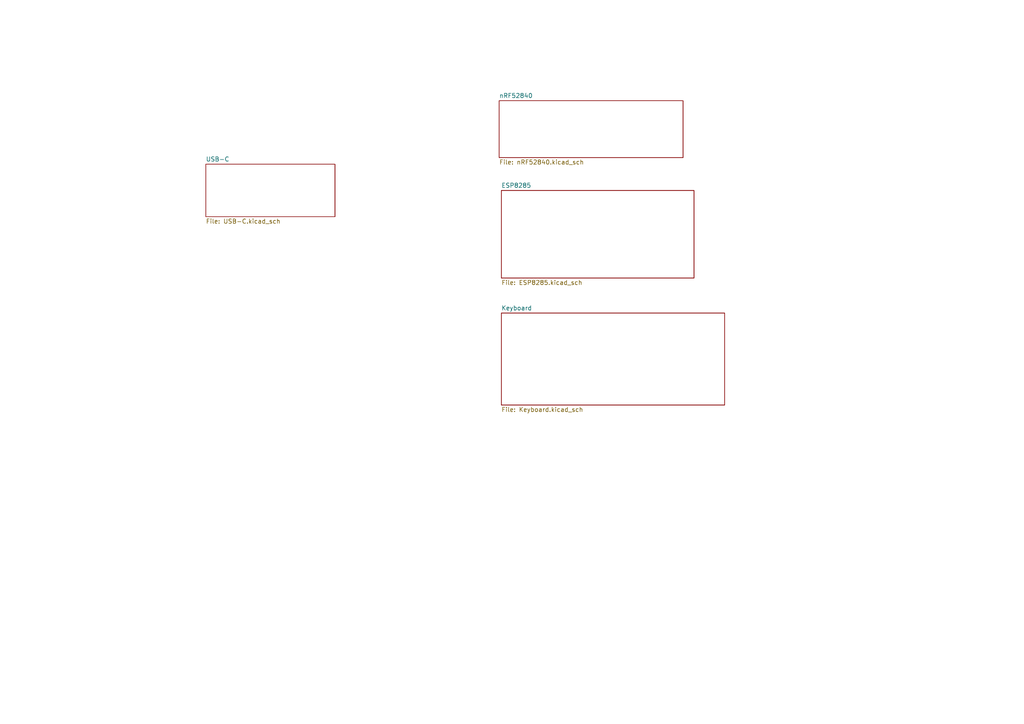
<source format=kicad_sch>
(kicad_sch
	(version 20250114)
	(generator "eeschema")
	(generator_version "9.0")
	(uuid "e9cd8552-a55f-4a0c-81be-0de8f48f955a")
	(paper "A4")
	(lib_symbols)
	(sheet
		(at 145.415 55.245)
		(size 55.88 25.4)
		(exclude_from_sim no)
		(in_bom yes)
		(on_board yes)
		(dnp no)
		(fields_autoplaced yes)
		(stroke
			(width 0.1524)
			(type solid)
		)
		(fill
			(color 0 0 0 0.0000)
		)
		(uuid "2196fd59-5242-4205-ac90-fb4dde66861c")
		(property "Sheetname" "ESP8285"
			(at 145.415 54.5334 0)
			(effects
				(font
					(size 1.27 1.27)
				)
				(justify left bottom)
			)
		)
		(property "Sheetfile" "ESP8285.kicad_sch"
			(at 145.415 81.2296 0)
			(effects
				(font
					(size 1.27 1.27)
				)
				(justify left top)
			)
		)
		(instances
			(project "RSSQ"
				(path "/e9cd8552-a55f-4a0c-81be-0de8f48f955a"
					(page "3")
				)
			)
		)
	)
	(sheet
		(at 59.69 47.625)
		(size 37.465 15.24)
		(exclude_from_sim no)
		(in_bom yes)
		(on_board yes)
		(dnp no)
		(fields_autoplaced yes)
		(stroke
			(width 0.1524)
			(type solid)
		)
		(fill
			(color 0 0 0 0.0000)
		)
		(uuid "68cef430-ca3e-4508-8cc7-d70f99b08728")
		(property "Sheetname" "USB-C"
			(at 59.69 46.9134 0)
			(effects
				(font
					(size 1.27 1.27)
				)
				(justify left bottom)
			)
		)
		(property "Sheetfile" "USB-C.kicad_sch"
			(at 59.69 63.4496 0)
			(effects
				(font
					(size 1.27 1.27)
				)
				(justify left top)
			)
		)
		(instances
			(project "RSSQ"
				(path "/e9cd8552-a55f-4a0c-81be-0de8f48f955a"
					(page "5")
				)
			)
		)
	)
	(sheet
		(at 145.415 90.805)
		(size 64.77 26.67)
		(exclude_from_sim no)
		(in_bom yes)
		(on_board yes)
		(dnp no)
		(fields_autoplaced yes)
		(stroke
			(width 0.1524)
			(type solid)
		)
		(fill
			(color 0 0 0 0.0000)
		)
		(uuid "92b75bc1-2b49-48bf-b23f-33632a6d018f")
		(property "Sheetname" "Keyboard"
			(at 145.415 90.0934 0)
			(effects
				(font
					(size 1.27 1.27)
				)
				(justify left bottom)
			)
		)
		(property "Sheetfile" "Keyboard.kicad_sch"
			(at 145.415 118.0596 0)
			(effects
				(font
					(size 1.27 1.27)
				)
				(justify left top)
			)
		)
		(instances
			(project "RSSQ"
				(path "/e9cd8552-a55f-4a0c-81be-0de8f48f955a"
					(page "4")
				)
			)
		)
	)
	(sheet
		(at 144.78 29.21)
		(size 53.34 16.51)
		(exclude_from_sim no)
		(in_bom yes)
		(on_board yes)
		(dnp no)
		(fields_autoplaced yes)
		(stroke
			(width 0.1524)
			(type solid)
		)
		(fill
			(color 0 0 0 0.0000)
		)
		(uuid "f65c7146-c72f-4abe-b6b7-aa8fb4db54e1")
		(property "Sheetname" "nRF52840"
			(at 144.78 28.4984 0)
			(effects
				(font
					(size 1.27 1.27)
				)
				(justify left bottom)
			)
		)
		(property "Sheetfile" "nRF52840.kicad_sch"
			(at 144.78 46.3046 0)
			(effects
				(font
					(size 1.27 1.27)
				)
				(justify left top)
			)
		)
		(instances
			(project "RSSQ"
				(path "/e9cd8552-a55f-4a0c-81be-0de8f48f955a"
					(page "2")
				)
			)
		)
	)
	(sheet_instances
		(path "/"
			(page "1")
		)
	)
	(embedded_fonts no)
)

</source>
